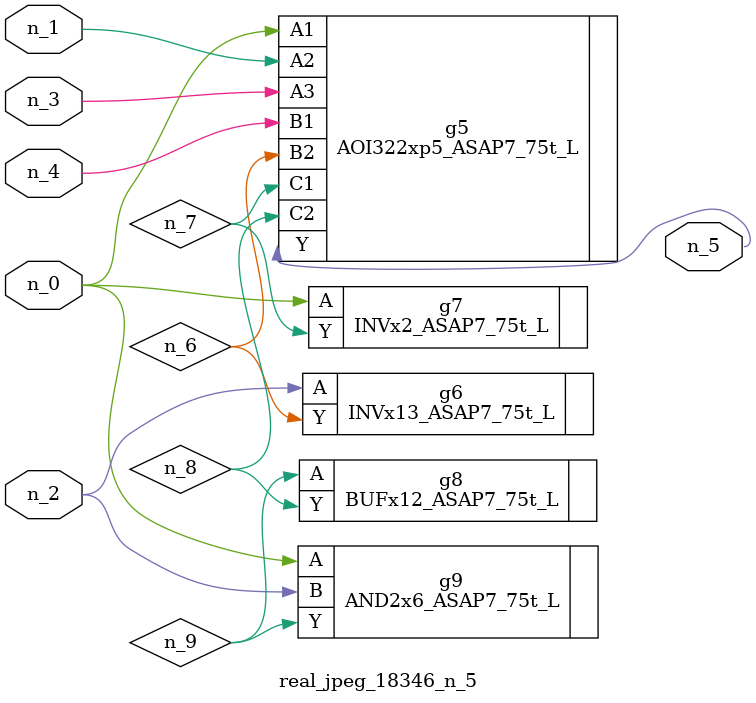
<source format=v>
module real_jpeg_18346_n_5 (n_4, n_0, n_1, n_2, n_3, n_5);

input n_4;
input n_0;
input n_1;
input n_2;
input n_3;

output n_5;

wire n_8;
wire n_6;
wire n_7;
wire n_9;

AOI322xp5_ASAP7_75t_L g5 ( 
.A1(n_0),
.A2(n_1),
.A3(n_3),
.B1(n_4),
.B2(n_6),
.C1(n_7),
.C2(n_8),
.Y(n_5)
);

INVx2_ASAP7_75t_L g7 ( 
.A(n_0),
.Y(n_7)
);

AND2x6_ASAP7_75t_L g9 ( 
.A(n_0),
.B(n_2),
.Y(n_9)
);

INVx13_ASAP7_75t_L g6 ( 
.A(n_2),
.Y(n_6)
);

BUFx12_ASAP7_75t_L g8 ( 
.A(n_9),
.Y(n_8)
);


endmodule
</source>
